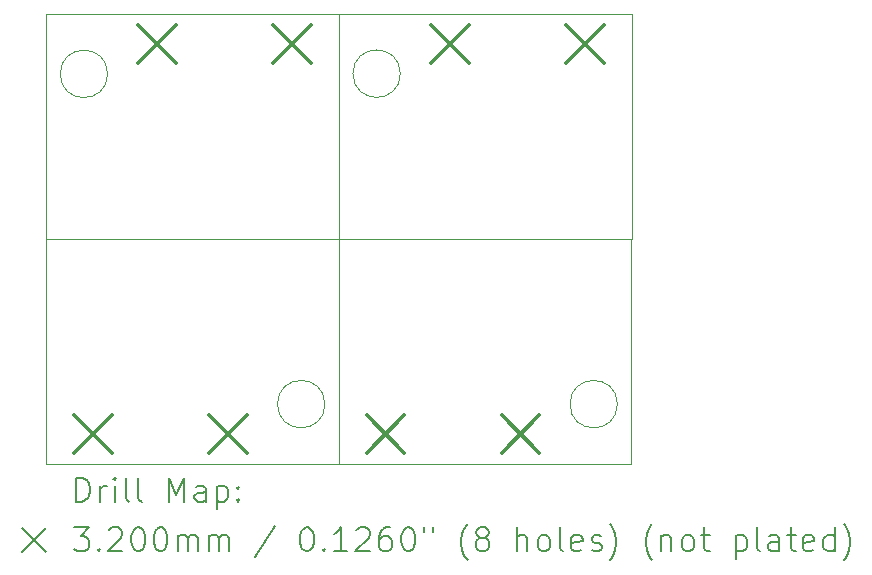
<source format=gbr>
%TF.GenerationSoftware,KiCad,Pcbnew,7.0.9*%
%TF.CreationDate,2024-06-08T10:48:33-04:00*%
%TF.ProjectId,8P breakout header,38502062-7265-4616-9b6f-757420686561,rev?*%
%TF.SameCoordinates,Original*%
%TF.FileFunction,Drillmap*%
%TF.FilePolarity,Positive*%
%FSLAX45Y45*%
G04 Gerber Fmt 4.5, Leading zero omitted, Abs format (unit mm)*
G04 Created by KiCad (PCBNEW 7.0.9) date 2024-06-08 10:48:33*
%MOMM*%
%LPD*%
G01*
G04 APERTURE LIST*
%ADD10C,0.100000*%
%ADD11C,0.200000*%
%ADD12C,0.320000*%
G04 APERTURE END LIST*
D10*
X20836305Y-10606500D02*
G75*
G03*
X20836305Y-10606500I-200805J0D01*
G01*
X20953000Y-11114500D02*
X20953000Y-9209500D01*
X18476500Y-11114500D02*
X20953000Y-11114500D01*
X19556000Y-9209500D02*
X19810000Y-9209500D01*
X19556000Y-9209500D02*
X18476500Y-9209500D01*
X20953000Y-9209500D02*
X19810000Y-9209500D01*
X18476500Y-9209500D02*
X18476500Y-11114500D01*
X18359805Y-10606500D02*
G75*
G03*
X18359805Y-10606500I-200805J0D01*
G01*
X18476500Y-11114500D02*
X18476500Y-9209500D01*
X16000000Y-11114500D02*
X18476500Y-11114500D01*
X17079500Y-9209500D02*
X17333500Y-9209500D01*
X17079500Y-9209500D02*
X16000000Y-9209500D01*
X18476500Y-9209500D02*
X17333500Y-9209500D01*
X16000000Y-9209500D02*
X16000000Y-11114500D01*
X18998805Y-7808500D02*
G75*
G03*
X18998805Y-7808500I-200805J0D01*
G01*
X18480500Y-7300500D02*
X18480500Y-9205500D01*
X20957000Y-7300500D02*
X18480500Y-7300500D01*
X19877500Y-9205500D02*
X19623500Y-9205500D01*
X19877500Y-9205500D02*
X20957000Y-9205500D01*
X18480500Y-9205500D02*
X19623500Y-9205500D01*
X20957000Y-9205500D02*
X20957000Y-7300500D01*
X16520305Y-7810500D02*
G75*
G03*
X16520305Y-7810500I-200805J0D01*
G01*
X16002000Y-7302500D02*
X16002000Y-9207500D01*
X17399000Y-9207500D02*
X17145000Y-9207500D01*
X17399000Y-9207500D02*
X18478500Y-9207500D01*
X18478500Y-9207500D02*
X18478500Y-7302500D01*
X16002000Y-9207500D02*
X17145000Y-9207500D01*
X18478500Y-7302500D02*
X16002000Y-7302500D01*
D11*
D12*
X16237250Y-10698500D02*
X16557250Y-11018500D01*
X16557250Y-10698500D02*
X16237250Y-11018500D01*
X16778250Y-7398500D02*
X17098250Y-7718500D01*
X17098250Y-7398500D02*
X16778250Y-7718500D01*
X17380250Y-10698500D02*
X17700250Y-11018500D01*
X17700250Y-10698500D02*
X17380250Y-11018500D01*
X17921250Y-7398500D02*
X18241250Y-7718500D01*
X18241250Y-7398500D02*
X17921250Y-7718500D01*
X18713750Y-10698500D02*
X19033750Y-11018500D01*
X19033750Y-10698500D02*
X18713750Y-11018500D01*
X19256750Y-7396500D02*
X19576750Y-7716500D01*
X19576750Y-7396500D02*
X19256750Y-7716500D01*
X19856750Y-10698500D02*
X20176750Y-11018500D01*
X20176750Y-10698500D02*
X19856750Y-11018500D01*
X20399750Y-7396500D02*
X20719750Y-7716500D01*
X20719750Y-7396500D02*
X20399750Y-7716500D01*
D11*
X16255777Y-11430984D02*
X16255777Y-11230984D01*
X16255777Y-11230984D02*
X16303396Y-11230984D01*
X16303396Y-11230984D02*
X16331967Y-11240508D01*
X16331967Y-11240508D02*
X16351015Y-11259555D01*
X16351015Y-11259555D02*
X16360539Y-11278603D01*
X16360539Y-11278603D02*
X16370062Y-11316698D01*
X16370062Y-11316698D02*
X16370062Y-11345269D01*
X16370062Y-11345269D02*
X16360539Y-11383365D01*
X16360539Y-11383365D02*
X16351015Y-11402412D01*
X16351015Y-11402412D02*
X16331967Y-11421460D01*
X16331967Y-11421460D02*
X16303396Y-11430984D01*
X16303396Y-11430984D02*
X16255777Y-11430984D01*
X16455777Y-11430984D02*
X16455777Y-11297650D01*
X16455777Y-11335746D02*
X16465301Y-11316698D01*
X16465301Y-11316698D02*
X16474824Y-11307174D01*
X16474824Y-11307174D02*
X16493872Y-11297650D01*
X16493872Y-11297650D02*
X16512920Y-11297650D01*
X16579586Y-11430984D02*
X16579586Y-11297650D01*
X16579586Y-11230984D02*
X16570062Y-11240508D01*
X16570062Y-11240508D02*
X16579586Y-11250031D01*
X16579586Y-11250031D02*
X16589110Y-11240508D01*
X16589110Y-11240508D02*
X16579586Y-11230984D01*
X16579586Y-11230984D02*
X16579586Y-11250031D01*
X16703396Y-11430984D02*
X16684348Y-11421460D01*
X16684348Y-11421460D02*
X16674824Y-11402412D01*
X16674824Y-11402412D02*
X16674824Y-11230984D01*
X16808158Y-11430984D02*
X16789110Y-11421460D01*
X16789110Y-11421460D02*
X16779586Y-11402412D01*
X16779586Y-11402412D02*
X16779586Y-11230984D01*
X17036729Y-11430984D02*
X17036729Y-11230984D01*
X17036729Y-11230984D02*
X17103396Y-11373841D01*
X17103396Y-11373841D02*
X17170063Y-11230984D01*
X17170063Y-11230984D02*
X17170063Y-11430984D01*
X17351015Y-11430984D02*
X17351015Y-11326222D01*
X17351015Y-11326222D02*
X17341491Y-11307174D01*
X17341491Y-11307174D02*
X17322444Y-11297650D01*
X17322444Y-11297650D02*
X17284348Y-11297650D01*
X17284348Y-11297650D02*
X17265301Y-11307174D01*
X17351015Y-11421460D02*
X17331967Y-11430984D01*
X17331967Y-11430984D02*
X17284348Y-11430984D01*
X17284348Y-11430984D02*
X17265301Y-11421460D01*
X17265301Y-11421460D02*
X17255777Y-11402412D01*
X17255777Y-11402412D02*
X17255777Y-11383365D01*
X17255777Y-11383365D02*
X17265301Y-11364317D01*
X17265301Y-11364317D02*
X17284348Y-11354793D01*
X17284348Y-11354793D02*
X17331967Y-11354793D01*
X17331967Y-11354793D02*
X17351015Y-11345269D01*
X17446253Y-11297650D02*
X17446253Y-11497650D01*
X17446253Y-11307174D02*
X17465301Y-11297650D01*
X17465301Y-11297650D02*
X17503396Y-11297650D01*
X17503396Y-11297650D02*
X17522444Y-11307174D01*
X17522444Y-11307174D02*
X17531967Y-11316698D01*
X17531967Y-11316698D02*
X17541491Y-11335746D01*
X17541491Y-11335746D02*
X17541491Y-11392888D01*
X17541491Y-11392888D02*
X17531967Y-11411936D01*
X17531967Y-11411936D02*
X17522444Y-11421460D01*
X17522444Y-11421460D02*
X17503396Y-11430984D01*
X17503396Y-11430984D02*
X17465301Y-11430984D01*
X17465301Y-11430984D02*
X17446253Y-11421460D01*
X17627205Y-11411936D02*
X17636729Y-11421460D01*
X17636729Y-11421460D02*
X17627205Y-11430984D01*
X17627205Y-11430984D02*
X17617682Y-11421460D01*
X17617682Y-11421460D02*
X17627205Y-11411936D01*
X17627205Y-11411936D02*
X17627205Y-11430984D01*
X17627205Y-11307174D02*
X17636729Y-11316698D01*
X17636729Y-11316698D02*
X17627205Y-11326222D01*
X17627205Y-11326222D02*
X17617682Y-11316698D01*
X17617682Y-11316698D02*
X17627205Y-11307174D01*
X17627205Y-11307174D02*
X17627205Y-11326222D01*
X15795000Y-11659500D02*
X15995000Y-11859500D01*
X15995000Y-11659500D02*
X15795000Y-11859500D01*
X16236729Y-11650984D02*
X16360539Y-11650984D01*
X16360539Y-11650984D02*
X16293872Y-11727174D01*
X16293872Y-11727174D02*
X16322443Y-11727174D01*
X16322443Y-11727174D02*
X16341491Y-11736698D01*
X16341491Y-11736698D02*
X16351015Y-11746222D01*
X16351015Y-11746222D02*
X16360539Y-11765269D01*
X16360539Y-11765269D02*
X16360539Y-11812888D01*
X16360539Y-11812888D02*
X16351015Y-11831936D01*
X16351015Y-11831936D02*
X16341491Y-11841460D01*
X16341491Y-11841460D02*
X16322443Y-11850984D01*
X16322443Y-11850984D02*
X16265301Y-11850984D01*
X16265301Y-11850984D02*
X16246253Y-11841460D01*
X16246253Y-11841460D02*
X16236729Y-11831936D01*
X16446253Y-11831936D02*
X16455777Y-11841460D01*
X16455777Y-11841460D02*
X16446253Y-11850984D01*
X16446253Y-11850984D02*
X16436729Y-11841460D01*
X16436729Y-11841460D02*
X16446253Y-11831936D01*
X16446253Y-11831936D02*
X16446253Y-11850984D01*
X16531967Y-11670031D02*
X16541491Y-11660508D01*
X16541491Y-11660508D02*
X16560539Y-11650984D01*
X16560539Y-11650984D02*
X16608158Y-11650984D01*
X16608158Y-11650984D02*
X16627205Y-11660508D01*
X16627205Y-11660508D02*
X16636729Y-11670031D01*
X16636729Y-11670031D02*
X16646253Y-11689079D01*
X16646253Y-11689079D02*
X16646253Y-11708127D01*
X16646253Y-11708127D02*
X16636729Y-11736698D01*
X16636729Y-11736698D02*
X16522443Y-11850984D01*
X16522443Y-11850984D02*
X16646253Y-11850984D01*
X16770062Y-11650984D02*
X16789110Y-11650984D01*
X16789110Y-11650984D02*
X16808158Y-11660508D01*
X16808158Y-11660508D02*
X16817682Y-11670031D01*
X16817682Y-11670031D02*
X16827205Y-11689079D01*
X16827205Y-11689079D02*
X16836729Y-11727174D01*
X16836729Y-11727174D02*
X16836729Y-11774793D01*
X16836729Y-11774793D02*
X16827205Y-11812888D01*
X16827205Y-11812888D02*
X16817682Y-11831936D01*
X16817682Y-11831936D02*
X16808158Y-11841460D01*
X16808158Y-11841460D02*
X16789110Y-11850984D01*
X16789110Y-11850984D02*
X16770062Y-11850984D01*
X16770062Y-11850984D02*
X16751015Y-11841460D01*
X16751015Y-11841460D02*
X16741491Y-11831936D01*
X16741491Y-11831936D02*
X16731967Y-11812888D01*
X16731967Y-11812888D02*
X16722443Y-11774793D01*
X16722443Y-11774793D02*
X16722443Y-11727174D01*
X16722443Y-11727174D02*
X16731967Y-11689079D01*
X16731967Y-11689079D02*
X16741491Y-11670031D01*
X16741491Y-11670031D02*
X16751015Y-11660508D01*
X16751015Y-11660508D02*
X16770062Y-11650984D01*
X16960539Y-11650984D02*
X16979586Y-11650984D01*
X16979586Y-11650984D02*
X16998634Y-11660508D01*
X16998634Y-11660508D02*
X17008158Y-11670031D01*
X17008158Y-11670031D02*
X17017682Y-11689079D01*
X17017682Y-11689079D02*
X17027205Y-11727174D01*
X17027205Y-11727174D02*
X17027205Y-11774793D01*
X17027205Y-11774793D02*
X17017682Y-11812888D01*
X17017682Y-11812888D02*
X17008158Y-11831936D01*
X17008158Y-11831936D02*
X16998634Y-11841460D01*
X16998634Y-11841460D02*
X16979586Y-11850984D01*
X16979586Y-11850984D02*
X16960539Y-11850984D01*
X16960539Y-11850984D02*
X16941491Y-11841460D01*
X16941491Y-11841460D02*
X16931967Y-11831936D01*
X16931967Y-11831936D02*
X16922444Y-11812888D01*
X16922444Y-11812888D02*
X16912920Y-11774793D01*
X16912920Y-11774793D02*
X16912920Y-11727174D01*
X16912920Y-11727174D02*
X16922444Y-11689079D01*
X16922444Y-11689079D02*
X16931967Y-11670031D01*
X16931967Y-11670031D02*
X16941491Y-11660508D01*
X16941491Y-11660508D02*
X16960539Y-11650984D01*
X17112920Y-11850984D02*
X17112920Y-11717650D01*
X17112920Y-11736698D02*
X17122444Y-11727174D01*
X17122444Y-11727174D02*
X17141491Y-11717650D01*
X17141491Y-11717650D02*
X17170063Y-11717650D01*
X17170063Y-11717650D02*
X17189110Y-11727174D01*
X17189110Y-11727174D02*
X17198634Y-11746222D01*
X17198634Y-11746222D02*
X17198634Y-11850984D01*
X17198634Y-11746222D02*
X17208158Y-11727174D01*
X17208158Y-11727174D02*
X17227205Y-11717650D01*
X17227205Y-11717650D02*
X17255777Y-11717650D01*
X17255777Y-11717650D02*
X17274825Y-11727174D01*
X17274825Y-11727174D02*
X17284348Y-11746222D01*
X17284348Y-11746222D02*
X17284348Y-11850984D01*
X17379586Y-11850984D02*
X17379586Y-11717650D01*
X17379586Y-11736698D02*
X17389110Y-11727174D01*
X17389110Y-11727174D02*
X17408158Y-11717650D01*
X17408158Y-11717650D02*
X17436729Y-11717650D01*
X17436729Y-11717650D02*
X17455777Y-11727174D01*
X17455777Y-11727174D02*
X17465301Y-11746222D01*
X17465301Y-11746222D02*
X17465301Y-11850984D01*
X17465301Y-11746222D02*
X17474825Y-11727174D01*
X17474825Y-11727174D02*
X17493872Y-11717650D01*
X17493872Y-11717650D02*
X17522444Y-11717650D01*
X17522444Y-11717650D02*
X17541491Y-11727174D01*
X17541491Y-11727174D02*
X17551015Y-11746222D01*
X17551015Y-11746222D02*
X17551015Y-11850984D01*
X17941491Y-11641460D02*
X17770063Y-11898603D01*
X18198634Y-11650984D02*
X18217682Y-11650984D01*
X18217682Y-11650984D02*
X18236729Y-11660508D01*
X18236729Y-11660508D02*
X18246253Y-11670031D01*
X18246253Y-11670031D02*
X18255777Y-11689079D01*
X18255777Y-11689079D02*
X18265301Y-11727174D01*
X18265301Y-11727174D02*
X18265301Y-11774793D01*
X18265301Y-11774793D02*
X18255777Y-11812888D01*
X18255777Y-11812888D02*
X18246253Y-11831936D01*
X18246253Y-11831936D02*
X18236729Y-11841460D01*
X18236729Y-11841460D02*
X18217682Y-11850984D01*
X18217682Y-11850984D02*
X18198634Y-11850984D01*
X18198634Y-11850984D02*
X18179587Y-11841460D01*
X18179587Y-11841460D02*
X18170063Y-11831936D01*
X18170063Y-11831936D02*
X18160539Y-11812888D01*
X18160539Y-11812888D02*
X18151015Y-11774793D01*
X18151015Y-11774793D02*
X18151015Y-11727174D01*
X18151015Y-11727174D02*
X18160539Y-11689079D01*
X18160539Y-11689079D02*
X18170063Y-11670031D01*
X18170063Y-11670031D02*
X18179587Y-11660508D01*
X18179587Y-11660508D02*
X18198634Y-11650984D01*
X18351015Y-11831936D02*
X18360539Y-11841460D01*
X18360539Y-11841460D02*
X18351015Y-11850984D01*
X18351015Y-11850984D02*
X18341491Y-11841460D01*
X18341491Y-11841460D02*
X18351015Y-11831936D01*
X18351015Y-11831936D02*
X18351015Y-11850984D01*
X18551015Y-11850984D02*
X18436729Y-11850984D01*
X18493872Y-11850984D02*
X18493872Y-11650984D01*
X18493872Y-11650984D02*
X18474825Y-11679555D01*
X18474825Y-11679555D02*
X18455777Y-11698603D01*
X18455777Y-11698603D02*
X18436729Y-11708127D01*
X18627206Y-11670031D02*
X18636729Y-11660508D01*
X18636729Y-11660508D02*
X18655777Y-11650984D01*
X18655777Y-11650984D02*
X18703396Y-11650984D01*
X18703396Y-11650984D02*
X18722444Y-11660508D01*
X18722444Y-11660508D02*
X18731968Y-11670031D01*
X18731968Y-11670031D02*
X18741491Y-11689079D01*
X18741491Y-11689079D02*
X18741491Y-11708127D01*
X18741491Y-11708127D02*
X18731968Y-11736698D01*
X18731968Y-11736698D02*
X18617682Y-11850984D01*
X18617682Y-11850984D02*
X18741491Y-11850984D01*
X18912920Y-11650984D02*
X18874825Y-11650984D01*
X18874825Y-11650984D02*
X18855777Y-11660508D01*
X18855777Y-11660508D02*
X18846253Y-11670031D01*
X18846253Y-11670031D02*
X18827206Y-11698603D01*
X18827206Y-11698603D02*
X18817682Y-11736698D01*
X18817682Y-11736698D02*
X18817682Y-11812888D01*
X18817682Y-11812888D02*
X18827206Y-11831936D01*
X18827206Y-11831936D02*
X18836729Y-11841460D01*
X18836729Y-11841460D02*
X18855777Y-11850984D01*
X18855777Y-11850984D02*
X18893872Y-11850984D01*
X18893872Y-11850984D02*
X18912920Y-11841460D01*
X18912920Y-11841460D02*
X18922444Y-11831936D01*
X18922444Y-11831936D02*
X18931968Y-11812888D01*
X18931968Y-11812888D02*
X18931968Y-11765269D01*
X18931968Y-11765269D02*
X18922444Y-11746222D01*
X18922444Y-11746222D02*
X18912920Y-11736698D01*
X18912920Y-11736698D02*
X18893872Y-11727174D01*
X18893872Y-11727174D02*
X18855777Y-11727174D01*
X18855777Y-11727174D02*
X18836729Y-11736698D01*
X18836729Y-11736698D02*
X18827206Y-11746222D01*
X18827206Y-11746222D02*
X18817682Y-11765269D01*
X19055777Y-11650984D02*
X19074825Y-11650984D01*
X19074825Y-11650984D02*
X19093872Y-11660508D01*
X19093872Y-11660508D02*
X19103396Y-11670031D01*
X19103396Y-11670031D02*
X19112920Y-11689079D01*
X19112920Y-11689079D02*
X19122444Y-11727174D01*
X19122444Y-11727174D02*
X19122444Y-11774793D01*
X19122444Y-11774793D02*
X19112920Y-11812888D01*
X19112920Y-11812888D02*
X19103396Y-11831936D01*
X19103396Y-11831936D02*
X19093872Y-11841460D01*
X19093872Y-11841460D02*
X19074825Y-11850984D01*
X19074825Y-11850984D02*
X19055777Y-11850984D01*
X19055777Y-11850984D02*
X19036729Y-11841460D01*
X19036729Y-11841460D02*
X19027206Y-11831936D01*
X19027206Y-11831936D02*
X19017682Y-11812888D01*
X19017682Y-11812888D02*
X19008158Y-11774793D01*
X19008158Y-11774793D02*
X19008158Y-11727174D01*
X19008158Y-11727174D02*
X19017682Y-11689079D01*
X19017682Y-11689079D02*
X19027206Y-11670031D01*
X19027206Y-11670031D02*
X19036729Y-11660508D01*
X19036729Y-11660508D02*
X19055777Y-11650984D01*
X19198634Y-11650984D02*
X19198634Y-11689079D01*
X19274825Y-11650984D02*
X19274825Y-11689079D01*
X19570063Y-11927174D02*
X19560539Y-11917650D01*
X19560539Y-11917650D02*
X19541491Y-11889079D01*
X19541491Y-11889079D02*
X19531968Y-11870031D01*
X19531968Y-11870031D02*
X19522444Y-11841460D01*
X19522444Y-11841460D02*
X19512920Y-11793841D01*
X19512920Y-11793841D02*
X19512920Y-11755746D01*
X19512920Y-11755746D02*
X19522444Y-11708127D01*
X19522444Y-11708127D02*
X19531968Y-11679555D01*
X19531968Y-11679555D02*
X19541491Y-11660508D01*
X19541491Y-11660508D02*
X19560539Y-11631936D01*
X19560539Y-11631936D02*
X19570063Y-11622412D01*
X19674825Y-11736698D02*
X19655777Y-11727174D01*
X19655777Y-11727174D02*
X19646253Y-11717650D01*
X19646253Y-11717650D02*
X19636730Y-11698603D01*
X19636730Y-11698603D02*
X19636730Y-11689079D01*
X19636730Y-11689079D02*
X19646253Y-11670031D01*
X19646253Y-11670031D02*
X19655777Y-11660508D01*
X19655777Y-11660508D02*
X19674825Y-11650984D01*
X19674825Y-11650984D02*
X19712920Y-11650984D01*
X19712920Y-11650984D02*
X19731968Y-11660508D01*
X19731968Y-11660508D02*
X19741491Y-11670031D01*
X19741491Y-11670031D02*
X19751015Y-11689079D01*
X19751015Y-11689079D02*
X19751015Y-11698603D01*
X19751015Y-11698603D02*
X19741491Y-11717650D01*
X19741491Y-11717650D02*
X19731968Y-11727174D01*
X19731968Y-11727174D02*
X19712920Y-11736698D01*
X19712920Y-11736698D02*
X19674825Y-11736698D01*
X19674825Y-11736698D02*
X19655777Y-11746222D01*
X19655777Y-11746222D02*
X19646253Y-11755746D01*
X19646253Y-11755746D02*
X19636730Y-11774793D01*
X19636730Y-11774793D02*
X19636730Y-11812888D01*
X19636730Y-11812888D02*
X19646253Y-11831936D01*
X19646253Y-11831936D02*
X19655777Y-11841460D01*
X19655777Y-11841460D02*
X19674825Y-11850984D01*
X19674825Y-11850984D02*
X19712920Y-11850984D01*
X19712920Y-11850984D02*
X19731968Y-11841460D01*
X19731968Y-11841460D02*
X19741491Y-11831936D01*
X19741491Y-11831936D02*
X19751015Y-11812888D01*
X19751015Y-11812888D02*
X19751015Y-11774793D01*
X19751015Y-11774793D02*
X19741491Y-11755746D01*
X19741491Y-11755746D02*
X19731968Y-11746222D01*
X19731968Y-11746222D02*
X19712920Y-11736698D01*
X19989111Y-11850984D02*
X19989111Y-11650984D01*
X20074825Y-11850984D02*
X20074825Y-11746222D01*
X20074825Y-11746222D02*
X20065301Y-11727174D01*
X20065301Y-11727174D02*
X20046253Y-11717650D01*
X20046253Y-11717650D02*
X20017682Y-11717650D01*
X20017682Y-11717650D02*
X19998634Y-11727174D01*
X19998634Y-11727174D02*
X19989111Y-11736698D01*
X20198634Y-11850984D02*
X20179587Y-11841460D01*
X20179587Y-11841460D02*
X20170063Y-11831936D01*
X20170063Y-11831936D02*
X20160539Y-11812888D01*
X20160539Y-11812888D02*
X20160539Y-11755746D01*
X20160539Y-11755746D02*
X20170063Y-11736698D01*
X20170063Y-11736698D02*
X20179587Y-11727174D01*
X20179587Y-11727174D02*
X20198634Y-11717650D01*
X20198634Y-11717650D02*
X20227206Y-11717650D01*
X20227206Y-11717650D02*
X20246253Y-11727174D01*
X20246253Y-11727174D02*
X20255777Y-11736698D01*
X20255777Y-11736698D02*
X20265301Y-11755746D01*
X20265301Y-11755746D02*
X20265301Y-11812888D01*
X20265301Y-11812888D02*
X20255777Y-11831936D01*
X20255777Y-11831936D02*
X20246253Y-11841460D01*
X20246253Y-11841460D02*
X20227206Y-11850984D01*
X20227206Y-11850984D02*
X20198634Y-11850984D01*
X20379587Y-11850984D02*
X20360539Y-11841460D01*
X20360539Y-11841460D02*
X20351015Y-11822412D01*
X20351015Y-11822412D02*
X20351015Y-11650984D01*
X20531968Y-11841460D02*
X20512920Y-11850984D01*
X20512920Y-11850984D02*
X20474825Y-11850984D01*
X20474825Y-11850984D02*
X20455777Y-11841460D01*
X20455777Y-11841460D02*
X20446253Y-11822412D01*
X20446253Y-11822412D02*
X20446253Y-11746222D01*
X20446253Y-11746222D02*
X20455777Y-11727174D01*
X20455777Y-11727174D02*
X20474825Y-11717650D01*
X20474825Y-11717650D02*
X20512920Y-11717650D01*
X20512920Y-11717650D02*
X20531968Y-11727174D01*
X20531968Y-11727174D02*
X20541492Y-11746222D01*
X20541492Y-11746222D02*
X20541492Y-11765269D01*
X20541492Y-11765269D02*
X20446253Y-11784317D01*
X20617682Y-11841460D02*
X20636730Y-11850984D01*
X20636730Y-11850984D02*
X20674825Y-11850984D01*
X20674825Y-11850984D02*
X20693873Y-11841460D01*
X20693873Y-11841460D02*
X20703396Y-11822412D01*
X20703396Y-11822412D02*
X20703396Y-11812888D01*
X20703396Y-11812888D02*
X20693873Y-11793841D01*
X20693873Y-11793841D02*
X20674825Y-11784317D01*
X20674825Y-11784317D02*
X20646253Y-11784317D01*
X20646253Y-11784317D02*
X20627206Y-11774793D01*
X20627206Y-11774793D02*
X20617682Y-11755746D01*
X20617682Y-11755746D02*
X20617682Y-11746222D01*
X20617682Y-11746222D02*
X20627206Y-11727174D01*
X20627206Y-11727174D02*
X20646253Y-11717650D01*
X20646253Y-11717650D02*
X20674825Y-11717650D01*
X20674825Y-11717650D02*
X20693873Y-11727174D01*
X20770063Y-11927174D02*
X20779587Y-11917650D01*
X20779587Y-11917650D02*
X20798634Y-11889079D01*
X20798634Y-11889079D02*
X20808158Y-11870031D01*
X20808158Y-11870031D02*
X20817682Y-11841460D01*
X20817682Y-11841460D02*
X20827206Y-11793841D01*
X20827206Y-11793841D02*
X20827206Y-11755746D01*
X20827206Y-11755746D02*
X20817682Y-11708127D01*
X20817682Y-11708127D02*
X20808158Y-11679555D01*
X20808158Y-11679555D02*
X20798634Y-11660508D01*
X20798634Y-11660508D02*
X20779587Y-11631936D01*
X20779587Y-11631936D02*
X20770063Y-11622412D01*
X21131968Y-11927174D02*
X21122444Y-11917650D01*
X21122444Y-11917650D02*
X21103396Y-11889079D01*
X21103396Y-11889079D02*
X21093873Y-11870031D01*
X21093873Y-11870031D02*
X21084349Y-11841460D01*
X21084349Y-11841460D02*
X21074825Y-11793841D01*
X21074825Y-11793841D02*
X21074825Y-11755746D01*
X21074825Y-11755746D02*
X21084349Y-11708127D01*
X21084349Y-11708127D02*
X21093873Y-11679555D01*
X21093873Y-11679555D02*
X21103396Y-11660508D01*
X21103396Y-11660508D02*
X21122444Y-11631936D01*
X21122444Y-11631936D02*
X21131968Y-11622412D01*
X21208158Y-11717650D02*
X21208158Y-11850984D01*
X21208158Y-11736698D02*
X21217682Y-11727174D01*
X21217682Y-11727174D02*
X21236730Y-11717650D01*
X21236730Y-11717650D02*
X21265301Y-11717650D01*
X21265301Y-11717650D02*
X21284349Y-11727174D01*
X21284349Y-11727174D02*
X21293873Y-11746222D01*
X21293873Y-11746222D02*
X21293873Y-11850984D01*
X21417682Y-11850984D02*
X21398634Y-11841460D01*
X21398634Y-11841460D02*
X21389111Y-11831936D01*
X21389111Y-11831936D02*
X21379587Y-11812888D01*
X21379587Y-11812888D02*
X21379587Y-11755746D01*
X21379587Y-11755746D02*
X21389111Y-11736698D01*
X21389111Y-11736698D02*
X21398634Y-11727174D01*
X21398634Y-11727174D02*
X21417682Y-11717650D01*
X21417682Y-11717650D02*
X21446254Y-11717650D01*
X21446254Y-11717650D02*
X21465301Y-11727174D01*
X21465301Y-11727174D02*
X21474825Y-11736698D01*
X21474825Y-11736698D02*
X21484349Y-11755746D01*
X21484349Y-11755746D02*
X21484349Y-11812888D01*
X21484349Y-11812888D02*
X21474825Y-11831936D01*
X21474825Y-11831936D02*
X21465301Y-11841460D01*
X21465301Y-11841460D02*
X21446254Y-11850984D01*
X21446254Y-11850984D02*
X21417682Y-11850984D01*
X21541492Y-11717650D02*
X21617682Y-11717650D01*
X21570063Y-11650984D02*
X21570063Y-11822412D01*
X21570063Y-11822412D02*
X21579587Y-11841460D01*
X21579587Y-11841460D02*
X21598634Y-11850984D01*
X21598634Y-11850984D02*
X21617682Y-11850984D01*
X21836730Y-11717650D02*
X21836730Y-11917650D01*
X21836730Y-11727174D02*
X21855777Y-11717650D01*
X21855777Y-11717650D02*
X21893873Y-11717650D01*
X21893873Y-11717650D02*
X21912920Y-11727174D01*
X21912920Y-11727174D02*
X21922444Y-11736698D01*
X21922444Y-11736698D02*
X21931968Y-11755746D01*
X21931968Y-11755746D02*
X21931968Y-11812888D01*
X21931968Y-11812888D02*
X21922444Y-11831936D01*
X21922444Y-11831936D02*
X21912920Y-11841460D01*
X21912920Y-11841460D02*
X21893873Y-11850984D01*
X21893873Y-11850984D02*
X21855777Y-11850984D01*
X21855777Y-11850984D02*
X21836730Y-11841460D01*
X22046254Y-11850984D02*
X22027206Y-11841460D01*
X22027206Y-11841460D02*
X22017682Y-11822412D01*
X22017682Y-11822412D02*
X22017682Y-11650984D01*
X22208158Y-11850984D02*
X22208158Y-11746222D01*
X22208158Y-11746222D02*
X22198635Y-11727174D01*
X22198635Y-11727174D02*
X22179587Y-11717650D01*
X22179587Y-11717650D02*
X22141492Y-11717650D01*
X22141492Y-11717650D02*
X22122444Y-11727174D01*
X22208158Y-11841460D02*
X22189111Y-11850984D01*
X22189111Y-11850984D02*
X22141492Y-11850984D01*
X22141492Y-11850984D02*
X22122444Y-11841460D01*
X22122444Y-11841460D02*
X22112920Y-11822412D01*
X22112920Y-11822412D02*
X22112920Y-11803365D01*
X22112920Y-11803365D02*
X22122444Y-11784317D01*
X22122444Y-11784317D02*
X22141492Y-11774793D01*
X22141492Y-11774793D02*
X22189111Y-11774793D01*
X22189111Y-11774793D02*
X22208158Y-11765269D01*
X22274825Y-11717650D02*
X22351015Y-11717650D01*
X22303396Y-11650984D02*
X22303396Y-11822412D01*
X22303396Y-11822412D02*
X22312920Y-11841460D01*
X22312920Y-11841460D02*
X22331968Y-11850984D01*
X22331968Y-11850984D02*
X22351015Y-11850984D01*
X22493873Y-11841460D02*
X22474825Y-11850984D01*
X22474825Y-11850984D02*
X22436730Y-11850984D01*
X22436730Y-11850984D02*
X22417682Y-11841460D01*
X22417682Y-11841460D02*
X22408158Y-11822412D01*
X22408158Y-11822412D02*
X22408158Y-11746222D01*
X22408158Y-11746222D02*
X22417682Y-11727174D01*
X22417682Y-11727174D02*
X22436730Y-11717650D01*
X22436730Y-11717650D02*
X22474825Y-11717650D01*
X22474825Y-11717650D02*
X22493873Y-11727174D01*
X22493873Y-11727174D02*
X22503396Y-11746222D01*
X22503396Y-11746222D02*
X22503396Y-11765269D01*
X22503396Y-11765269D02*
X22408158Y-11784317D01*
X22674825Y-11850984D02*
X22674825Y-11650984D01*
X22674825Y-11841460D02*
X22655777Y-11850984D01*
X22655777Y-11850984D02*
X22617682Y-11850984D01*
X22617682Y-11850984D02*
X22598634Y-11841460D01*
X22598634Y-11841460D02*
X22589111Y-11831936D01*
X22589111Y-11831936D02*
X22579587Y-11812888D01*
X22579587Y-11812888D02*
X22579587Y-11755746D01*
X22579587Y-11755746D02*
X22589111Y-11736698D01*
X22589111Y-11736698D02*
X22598634Y-11727174D01*
X22598634Y-11727174D02*
X22617682Y-11717650D01*
X22617682Y-11717650D02*
X22655777Y-11717650D01*
X22655777Y-11717650D02*
X22674825Y-11727174D01*
X22751015Y-11927174D02*
X22760539Y-11917650D01*
X22760539Y-11917650D02*
X22779587Y-11889079D01*
X22779587Y-11889079D02*
X22789111Y-11870031D01*
X22789111Y-11870031D02*
X22798634Y-11841460D01*
X22798634Y-11841460D02*
X22808158Y-11793841D01*
X22808158Y-11793841D02*
X22808158Y-11755746D01*
X22808158Y-11755746D02*
X22798634Y-11708127D01*
X22798634Y-11708127D02*
X22789111Y-11679555D01*
X22789111Y-11679555D02*
X22779587Y-11660508D01*
X22779587Y-11660508D02*
X22760539Y-11631936D01*
X22760539Y-11631936D02*
X22751015Y-11622412D01*
M02*

</source>
